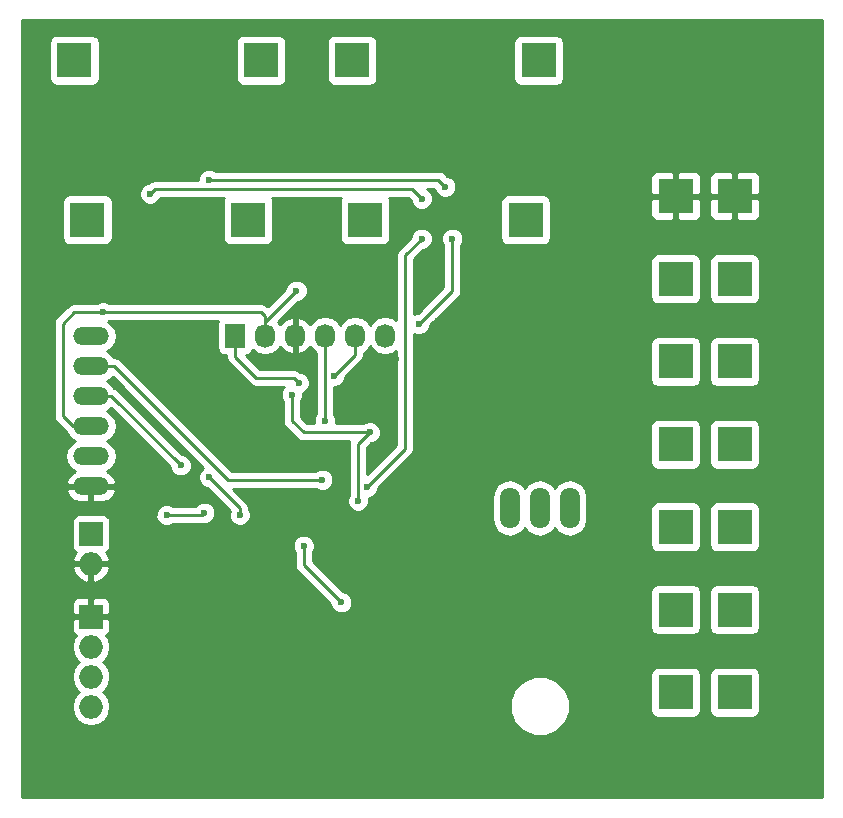
<source format=gbl>
G04 #@! TF.FileFunction,Copper,L2,Bot,Signal*
%FSLAX46Y46*%
G04 Gerber Fmt 4.6, Leading zero omitted, Abs format (unit mm)*
G04 Created by KiCad (PCBNEW 4.0.5) date 02/23/17 22:12:15*
%MOMM*%
%LPD*%
G01*
G04 APERTURE LIST*
%ADD10C,0.100000*%
%ADD11R,3.000000X3.000000*%
%ADD12O,1.998980X1.998980*%
%ADD13R,1.998980X1.998980*%
%ADD14O,3.014980X1.506220*%
%ADD15R,1.727200X2.032000*%
%ADD16O,1.727200X2.032000*%
%ADD17O,1.699260X3.500120*%
%ADD18C,0.600000*%
%ADD19C,0.250000*%
%ADD20C,0.254000*%
G04 APERTURE END LIST*
D10*
D11*
X172500000Y-119000000D03*
X177500000Y-119000000D03*
X172500000Y-112000000D03*
X177500000Y-112000000D03*
X172500000Y-77000000D03*
X177500000Y-77000000D03*
X172500000Y-84000000D03*
X177500000Y-84000000D03*
X172500000Y-91000000D03*
X177500000Y-91000000D03*
X137400000Y-65500000D03*
X121600000Y-65500000D03*
X122700000Y-79000000D03*
X136300000Y-79000000D03*
X160900000Y-65500000D03*
X145100000Y-65500000D03*
X146200000Y-79000000D03*
X159800000Y-79000000D03*
D12*
X123000000Y-108140000D03*
D13*
X123000000Y-105600000D03*
D14*
X123000000Y-101550000D03*
X123000000Y-99010000D03*
X123000000Y-96470000D03*
X123000000Y-93930000D03*
X123000000Y-91390000D03*
X123000000Y-88850000D03*
D15*
X135200000Y-88800000D03*
D16*
X137740000Y-88800000D03*
X140280000Y-88800000D03*
X142820000Y-88800000D03*
X145360000Y-88800000D03*
X147900000Y-88800000D03*
D12*
X123000000Y-120220000D03*
D13*
X123000000Y-112600000D03*
D12*
X123000000Y-115140000D03*
X123000000Y-117680000D03*
D11*
X172500000Y-105000000D03*
X177500000Y-105000000D03*
X172500000Y-98000000D03*
X177500000Y-98000000D03*
D17*
X161000000Y-103400000D03*
X163540000Y-103400000D03*
X158460000Y-103400000D03*
D18*
X145600000Y-102800000D03*
X140400000Y-85000000D03*
X140000000Y-93800000D03*
X146600000Y-97000000D03*
X141000000Y-106600000D03*
X144200000Y-111400000D03*
X132600000Y-103800000D03*
X129400000Y-104000000D03*
X124000000Y-86800000D03*
X140000000Y-113200000D03*
X156200000Y-74400000D03*
X150600000Y-74600000D03*
X133000000Y-74400000D03*
X126800000Y-74800000D03*
X146400000Y-92800000D03*
X152400000Y-87600000D03*
X148800000Y-90800000D03*
X137200000Y-95000000D03*
X143600000Y-92200000D03*
X130600000Y-99800000D03*
X142600000Y-101000000D03*
X140600000Y-92800000D03*
X142800000Y-96000000D03*
X135600000Y-104000000D03*
X133000000Y-100800000D03*
X151000000Y-80600000D03*
X146400000Y-101600000D03*
X151000000Y-77200000D03*
X128000000Y-76800000D03*
X153600000Y-80600000D03*
X150800000Y-87800000D03*
X153000000Y-76200000D03*
X133000000Y-75600000D03*
D19*
X146600000Y-97000000D02*
X145600000Y-98000000D01*
X145600000Y-98000000D02*
X145600000Y-102800000D01*
X137740000Y-87660000D02*
X137740000Y-88800000D01*
X140400000Y-85000000D02*
X137740000Y-87660000D01*
X140000000Y-96000000D02*
X140000000Y-93800000D01*
X141000000Y-97000000D02*
X140000000Y-96000000D01*
X146600000Y-97000000D02*
X141000000Y-97000000D01*
X141000000Y-108200000D02*
X141000000Y-106600000D01*
X144200000Y-111400000D02*
X141000000Y-108200000D01*
X132600000Y-103800000D02*
X132400000Y-104000000D01*
X132400000Y-104000000D02*
X129400000Y-104000000D01*
X137740000Y-88800000D02*
X137740000Y-87140000D01*
X137740000Y-87140000D02*
X137400000Y-86800000D01*
X137400000Y-86800000D02*
X124000000Y-86800000D01*
X121470000Y-96470000D02*
X123000000Y-96470000D01*
X124000000Y-86800000D02*
X121600000Y-86800000D01*
X121600000Y-86800000D02*
X120600000Y-87800000D01*
X120600000Y-87800000D02*
X120600000Y-95600000D01*
X120600000Y-95600000D02*
X121470000Y-96470000D01*
X150800000Y-74400000D02*
X156200000Y-74400000D01*
X150600000Y-74600000D02*
X150800000Y-74400000D01*
X127200000Y-74400000D02*
X133000000Y-74400000D01*
X126800000Y-74800000D02*
X127200000Y-74400000D01*
X146400000Y-92800000D02*
X146800000Y-92800000D01*
X146800000Y-92800000D02*
X148800000Y-90800000D01*
X145360000Y-88800000D02*
X145360000Y-90440000D01*
X145360000Y-90440000D02*
X143600000Y-92200000D01*
X124730000Y-93930000D02*
X123000000Y-93930000D01*
X130600000Y-99800000D02*
X124730000Y-93930000D01*
X123000000Y-91390000D02*
X124990000Y-91390000D01*
X134600000Y-101000000D02*
X142600000Y-101000000D01*
X124990000Y-91390000D02*
X134600000Y-101000000D01*
X135200000Y-88800000D02*
X135200000Y-90600000D01*
X140200000Y-92400000D02*
X140600000Y-92800000D01*
X137000000Y-92400000D02*
X140200000Y-92400000D01*
X135200000Y-90600000D02*
X137000000Y-92400000D01*
X142820000Y-88800000D02*
X142820000Y-95980000D01*
X142820000Y-95980000D02*
X142800000Y-96000000D01*
X135600000Y-103400000D02*
X135600000Y-104000000D01*
X133000000Y-100800000D02*
X135600000Y-103400000D01*
X149600000Y-82000000D02*
X151000000Y-80600000D01*
X149600000Y-98400000D02*
X149600000Y-82000000D01*
X146400000Y-101600000D02*
X149600000Y-98400000D01*
X150200000Y-76400000D02*
X151000000Y-77200000D01*
X128400000Y-76400000D02*
X150200000Y-76400000D01*
X128000000Y-76800000D02*
X128400000Y-76400000D01*
X153600000Y-85000000D02*
X153600000Y-80600000D01*
X150800000Y-87800000D02*
X153600000Y-85000000D01*
X152400000Y-75600000D02*
X153000000Y-76200000D01*
X151600000Y-75600000D02*
X152400000Y-75600000D01*
X133000000Y-75600000D02*
X151600000Y-75600000D01*
D20*
G36*
X184873000Y-127873000D02*
X117127000Y-127873000D01*
X117127000Y-112885750D01*
X121365510Y-112885750D01*
X121365510Y-113725799D01*
X121462183Y-113959188D01*
X121640811Y-114137817D01*
X121703013Y-114163582D01*
X121489928Y-114482486D01*
X121365510Y-115107978D01*
X121365510Y-115172022D01*
X121489928Y-115797514D01*
X121844241Y-116327781D01*
X121967290Y-116410000D01*
X121844241Y-116492219D01*
X121489928Y-117022486D01*
X121365510Y-117647978D01*
X121365510Y-117712022D01*
X121489928Y-118337514D01*
X121844241Y-118867781D01*
X121967290Y-118950000D01*
X121844241Y-119032219D01*
X121489928Y-119562486D01*
X121365510Y-120187978D01*
X121365510Y-120252022D01*
X121489928Y-120877514D01*
X121844241Y-121407781D01*
X122374508Y-121762094D01*
X123000000Y-121886512D01*
X123625492Y-121762094D01*
X124155759Y-121407781D01*
X124510072Y-120877514D01*
X124552141Y-120666015D01*
X158464641Y-120666015D01*
X158849746Y-121598041D01*
X159562208Y-122311748D01*
X160493561Y-122698479D01*
X161502015Y-122699359D01*
X162434041Y-122314254D01*
X163147748Y-121601792D01*
X163534479Y-120670439D01*
X163535359Y-119661985D01*
X163150254Y-118729959D01*
X162437792Y-118016252D01*
X161506439Y-117629521D01*
X160497985Y-117628641D01*
X159565959Y-118013746D01*
X158852252Y-118726208D01*
X158465521Y-119657561D01*
X158464641Y-120666015D01*
X124552141Y-120666015D01*
X124634490Y-120252022D01*
X124634490Y-120187978D01*
X124510072Y-119562486D01*
X124155759Y-119032219D01*
X124032710Y-118950000D01*
X124155759Y-118867781D01*
X124510072Y-118337514D01*
X124634490Y-117712022D01*
X124634490Y-117647978D01*
X124605056Y-117500000D01*
X170352560Y-117500000D01*
X170352560Y-120500000D01*
X170396838Y-120735317D01*
X170535910Y-120951441D01*
X170748110Y-121096431D01*
X171000000Y-121147440D01*
X174000000Y-121147440D01*
X174235317Y-121103162D01*
X174451441Y-120964090D01*
X174596431Y-120751890D01*
X174647440Y-120500000D01*
X174647440Y-117500000D01*
X175352560Y-117500000D01*
X175352560Y-120500000D01*
X175396838Y-120735317D01*
X175535910Y-120951441D01*
X175748110Y-121096431D01*
X176000000Y-121147440D01*
X179000000Y-121147440D01*
X179235317Y-121103162D01*
X179451441Y-120964090D01*
X179596431Y-120751890D01*
X179647440Y-120500000D01*
X179647440Y-117500000D01*
X179603162Y-117264683D01*
X179464090Y-117048559D01*
X179251890Y-116903569D01*
X179000000Y-116852560D01*
X176000000Y-116852560D01*
X175764683Y-116896838D01*
X175548559Y-117035910D01*
X175403569Y-117248110D01*
X175352560Y-117500000D01*
X174647440Y-117500000D01*
X174603162Y-117264683D01*
X174464090Y-117048559D01*
X174251890Y-116903569D01*
X174000000Y-116852560D01*
X171000000Y-116852560D01*
X170764683Y-116896838D01*
X170548559Y-117035910D01*
X170403569Y-117248110D01*
X170352560Y-117500000D01*
X124605056Y-117500000D01*
X124510072Y-117022486D01*
X124155759Y-116492219D01*
X124032710Y-116410000D01*
X124155759Y-116327781D01*
X124510072Y-115797514D01*
X124634490Y-115172022D01*
X124634490Y-115107978D01*
X124510072Y-114482486D01*
X124296987Y-114163582D01*
X124359189Y-114137817D01*
X124537817Y-113959188D01*
X124634490Y-113725799D01*
X124634490Y-112885750D01*
X124475740Y-112727000D01*
X123127000Y-112727000D01*
X123127000Y-112747000D01*
X122873000Y-112747000D01*
X122873000Y-112727000D01*
X121524260Y-112727000D01*
X121365510Y-112885750D01*
X117127000Y-112885750D01*
X117127000Y-111474201D01*
X121365510Y-111474201D01*
X121365510Y-112314250D01*
X121524260Y-112473000D01*
X122873000Y-112473000D01*
X122873000Y-111124260D01*
X123127000Y-111124260D01*
X123127000Y-112473000D01*
X124475740Y-112473000D01*
X124634490Y-112314250D01*
X124634490Y-111474201D01*
X124537817Y-111240812D01*
X124359189Y-111062183D01*
X124125800Y-110965510D01*
X123285750Y-110965510D01*
X123127000Y-111124260D01*
X122873000Y-111124260D01*
X122714250Y-110965510D01*
X121874200Y-110965510D01*
X121640811Y-111062183D01*
X121462183Y-111240812D01*
X121365510Y-111474201D01*
X117127000Y-111474201D01*
X117127000Y-108520355D01*
X121410373Y-108520355D01*
X121676932Y-109099726D01*
X122144916Y-109532987D01*
X122619646Y-109729619D01*
X122873000Y-109610265D01*
X122873000Y-108267000D01*
X123127000Y-108267000D01*
X123127000Y-109610265D01*
X123380354Y-109729619D01*
X123855084Y-109532987D01*
X124323068Y-109099726D01*
X124589627Y-108520355D01*
X124470807Y-108267000D01*
X123127000Y-108267000D01*
X122873000Y-108267000D01*
X121529193Y-108267000D01*
X121410373Y-108520355D01*
X117127000Y-108520355D01*
X117127000Y-104600510D01*
X121353070Y-104600510D01*
X121353070Y-106599490D01*
X121397348Y-106834807D01*
X121536420Y-107050931D01*
X121697649Y-107161094D01*
X121676932Y-107180274D01*
X121410373Y-107759645D01*
X121529193Y-108013000D01*
X122873000Y-108013000D01*
X122873000Y-107993000D01*
X123127000Y-107993000D01*
X123127000Y-108013000D01*
X124470807Y-108013000D01*
X124589627Y-107759645D01*
X124323068Y-107180274D01*
X124301137Y-107159970D01*
X124450931Y-107063580D01*
X124595921Y-106851380D01*
X124609329Y-106785167D01*
X140064838Y-106785167D01*
X140206883Y-107128943D01*
X140240000Y-107162118D01*
X140240000Y-108200000D01*
X140297852Y-108490839D01*
X140462599Y-108737401D01*
X143264878Y-111539680D01*
X143264838Y-111585167D01*
X143406883Y-111928943D01*
X143669673Y-112192192D01*
X144013201Y-112334838D01*
X144385167Y-112335162D01*
X144728943Y-112193117D01*
X144992192Y-111930327D01*
X145134838Y-111586799D01*
X145135162Y-111214833D01*
X144993117Y-110871057D01*
X144730327Y-110607808D01*
X144470698Y-110500000D01*
X170352560Y-110500000D01*
X170352560Y-113500000D01*
X170396838Y-113735317D01*
X170535910Y-113951441D01*
X170748110Y-114096431D01*
X171000000Y-114147440D01*
X174000000Y-114147440D01*
X174235317Y-114103162D01*
X174451441Y-113964090D01*
X174596431Y-113751890D01*
X174647440Y-113500000D01*
X174647440Y-110500000D01*
X175352560Y-110500000D01*
X175352560Y-113500000D01*
X175396838Y-113735317D01*
X175535910Y-113951441D01*
X175748110Y-114096431D01*
X176000000Y-114147440D01*
X179000000Y-114147440D01*
X179235317Y-114103162D01*
X179451441Y-113964090D01*
X179596431Y-113751890D01*
X179647440Y-113500000D01*
X179647440Y-110500000D01*
X179603162Y-110264683D01*
X179464090Y-110048559D01*
X179251890Y-109903569D01*
X179000000Y-109852560D01*
X176000000Y-109852560D01*
X175764683Y-109896838D01*
X175548559Y-110035910D01*
X175403569Y-110248110D01*
X175352560Y-110500000D01*
X174647440Y-110500000D01*
X174603162Y-110264683D01*
X174464090Y-110048559D01*
X174251890Y-109903569D01*
X174000000Y-109852560D01*
X171000000Y-109852560D01*
X170764683Y-109896838D01*
X170548559Y-110035910D01*
X170403569Y-110248110D01*
X170352560Y-110500000D01*
X144470698Y-110500000D01*
X144386799Y-110465162D01*
X144339923Y-110465121D01*
X141760000Y-107885198D01*
X141760000Y-107162463D01*
X141792192Y-107130327D01*
X141934838Y-106786799D01*
X141935162Y-106414833D01*
X141793117Y-106071057D01*
X141530327Y-105807808D01*
X141186799Y-105665162D01*
X140814833Y-105664838D01*
X140471057Y-105806883D01*
X140207808Y-106069673D01*
X140065162Y-106413201D01*
X140064838Y-106785167D01*
X124609329Y-106785167D01*
X124646930Y-106599490D01*
X124646930Y-104600510D01*
X124602652Y-104365193D01*
X124486809Y-104185167D01*
X128464838Y-104185167D01*
X128606883Y-104528943D01*
X128869673Y-104792192D01*
X129213201Y-104934838D01*
X129585167Y-104935162D01*
X129928943Y-104793117D01*
X129962118Y-104760000D01*
X132400000Y-104760000D01*
X132526003Y-104734936D01*
X132785167Y-104735162D01*
X133128943Y-104593117D01*
X133392192Y-104330327D01*
X133534838Y-103986799D01*
X133535162Y-103614833D01*
X133393117Y-103271057D01*
X133130327Y-103007808D01*
X132786799Y-102865162D01*
X132414833Y-102864838D01*
X132071057Y-103006883D01*
X131837533Y-103240000D01*
X129962463Y-103240000D01*
X129930327Y-103207808D01*
X129586799Y-103065162D01*
X129214833Y-103064838D01*
X128871057Y-103206883D01*
X128607808Y-103469673D01*
X128465162Y-103813201D01*
X128464838Y-104185167D01*
X124486809Y-104185167D01*
X124463580Y-104149069D01*
X124251380Y-104004079D01*
X123999490Y-103953070D01*
X122000510Y-103953070D01*
X121765193Y-103997348D01*
X121549069Y-104136420D01*
X121404079Y-104348620D01*
X121353070Y-104600510D01*
X117127000Y-104600510D01*
X117127000Y-101891674D01*
X120900217Y-101891674D01*
X120914573Y-101963875D01*
X121174276Y-102441740D01*
X121597081Y-102783846D01*
X122118620Y-102938110D01*
X122873000Y-102938110D01*
X122873000Y-101677000D01*
X123127000Y-101677000D01*
X123127000Y-102938110D01*
X123881380Y-102938110D01*
X124402919Y-102783846D01*
X124825724Y-102441740D01*
X125085427Y-101963875D01*
X125099783Y-101891674D01*
X124977162Y-101677000D01*
X123127000Y-101677000D01*
X122873000Y-101677000D01*
X121022838Y-101677000D01*
X120900217Y-101891674D01*
X117127000Y-101891674D01*
X117127000Y-87800000D01*
X119840000Y-87800000D01*
X119840000Y-95600000D01*
X119897852Y-95890839D01*
X120062599Y-96137401D01*
X120919908Y-96994710D01*
X120921200Y-97001207D01*
X121222104Y-97451542D01*
X121653812Y-97740000D01*
X121222104Y-98028458D01*
X120921200Y-98478793D01*
X120815536Y-99010000D01*
X120921200Y-99541207D01*
X121222104Y-99991542D01*
X121672439Y-100292446D01*
X121675306Y-100293016D01*
X121597081Y-100316154D01*
X121174276Y-100658260D01*
X120914573Y-101136125D01*
X120900217Y-101208326D01*
X121022838Y-101423000D01*
X122873000Y-101423000D01*
X122873000Y-101403000D01*
X123127000Y-101403000D01*
X123127000Y-101423000D01*
X124977162Y-101423000D01*
X125099783Y-101208326D01*
X125085427Y-101136125D01*
X124825724Y-100658260D01*
X124402919Y-100316154D01*
X124324694Y-100293016D01*
X124327561Y-100292446D01*
X124777896Y-99991542D01*
X125078800Y-99541207D01*
X125184464Y-99010000D01*
X125078800Y-98478793D01*
X124777896Y-98028458D01*
X124346188Y-97740000D01*
X124777896Y-97451542D01*
X125078800Y-97001207D01*
X125184464Y-96470000D01*
X125078800Y-95938793D01*
X124777896Y-95488458D01*
X124346188Y-95200000D01*
X124693279Y-94968081D01*
X129664878Y-99939680D01*
X129664838Y-99985167D01*
X129806883Y-100328943D01*
X130069673Y-100592192D01*
X130413201Y-100734838D01*
X130785167Y-100735162D01*
X131128943Y-100593117D01*
X131392192Y-100330327D01*
X131534838Y-99986799D01*
X131535162Y-99614833D01*
X131393117Y-99271057D01*
X131130327Y-99007808D01*
X130786799Y-98865162D01*
X130739923Y-98865121D01*
X125267401Y-93392599D01*
X125020839Y-93227852D01*
X124955958Y-93214946D01*
X124777896Y-92948458D01*
X124346188Y-92660000D01*
X124777896Y-92371542D01*
X124825498Y-92300300D01*
X132514239Y-99989041D01*
X132471057Y-100006883D01*
X132207808Y-100269673D01*
X132065162Y-100613201D01*
X132064838Y-100985167D01*
X132206883Y-101328943D01*
X132469673Y-101592192D01*
X132813201Y-101734838D01*
X132860077Y-101734879D01*
X134745331Y-103620133D01*
X134665162Y-103813201D01*
X134664838Y-104185167D01*
X134806883Y-104528943D01*
X135069673Y-104792192D01*
X135413201Y-104934838D01*
X135785167Y-104935162D01*
X136128943Y-104793117D01*
X136392192Y-104530327D01*
X136534838Y-104186799D01*
X136535162Y-103814833D01*
X136393117Y-103471057D01*
X136360000Y-103437882D01*
X136360000Y-103400000D01*
X136302148Y-103109161D01*
X136302148Y-103109160D01*
X136137401Y-102862599D01*
X135034802Y-101760000D01*
X142037537Y-101760000D01*
X142069673Y-101792192D01*
X142413201Y-101934838D01*
X142785167Y-101935162D01*
X143128943Y-101793117D01*
X143392192Y-101530327D01*
X143534838Y-101186799D01*
X143535162Y-100814833D01*
X143393117Y-100471057D01*
X143130327Y-100207808D01*
X142786799Y-100065162D01*
X142414833Y-100064838D01*
X142071057Y-100206883D01*
X142037882Y-100240000D01*
X134914802Y-100240000D01*
X125527401Y-90852599D01*
X125280839Y-90687852D01*
X124990000Y-90630000D01*
X124925926Y-90630000D01*
X124777896Y-90408458D01*
X124346188Y-90120000D01*
X124777896Y-89831542D01*
X125078800Y-89381207D01*
X125184464Y-88850000D01*
X125078800Y-88318793D01*
X124777896Y-87868458D01*
X124428148Y-87634764D01*
X124528943Y-87593117D01*
X124562118Y-87560000D01*
X133734321Y-87560000D01*
X133688960Y-87784000D01*
X133688960Y-89816000D01*
X133733238Y-90051317D01*
X133872310Y-90267441D01*
X134084510Y-90412431D01*
X134336400Y-90463440D01*
X134440000Y-90463440D01*
X134440000Y-90600000D01*
X134497852Y-90890839D01*
X134662599Y-91137401D01*
X136462599Y-92937401D01*
X136709160Y-93102148D01*
X136757414Y-93111746D01*
X137000000Y-93160000D01*
X139317673Y-93160000D01*
X139207808Y-93269673D01*
X139065162Y-93613201D01*
X139064838Y-93985167D01*
X139206883Y-94328943D01*
X139240000Y-94362118D01*
X139240000Y-96000000D01*
X139297852Y-96290839D01*
X139462599Y-96537401D01*
X140462599Y-97537401D01*
X140709161Y-97702148D01*
X141000000Y-97760000D01*
X144887739Y-97760000D01*
X144840000Y-98000000D01*
X144840000Y-102237537D01*
X144807808Y-102269673D01*
X144665162Y-102613201D01*
X144664838Y-102985167D01*
X144806883Y-103328943D01*
X145069673Y-103592192D01*
X145413201Y-103734838D01*
X145785167Y-103735162D01*
X146128943Y-103593117D01*
X146392192Y-103330327D01*
X146534838Y-102986799D01*
X146535162Y-102614833D01*
X146502213Y-102535090D01*
X146585167Y-102535162D01*
X146784392Y-102452844D01*
X156975370Y-102452844D01*
X156975370Y-104347156D01*
X157088381Y-104915299D01*
X157410208Y-105396948D01*
X157891857Y-105718775D01*
X158460000Y-105831786D01*
X159028143Y-105718775D01*
X159509792Y-105396948D01*
X159730000Y-105067383D01*
X159950208Y-105396948D01*
X160431857Y-105718775D01*
X161000000Y-105831786D01*
X161568143Y-105718775D01*
X162049792Y-105396948D01*
X162270000Y-105067383D01*
X162490208Y-105396948D01*
X162971857Y-105718775D01*
X163540000Y-105831786D01*
X164108143Y-105718775D01*
X164589792Y-105396948D01*
X164911619Y-104915299D01*
X165024630Y-104347156D01*
X165024630Y-103500000D01*
X170352560Y-103500000D01*
X170352560Y-106500000D01*
X170396838Y-106735317D01*
X170535910Y-106951441D01*
X170748110Y-107096431D01*
X171000000Y-107147440D01*
X174000000Y-107147440D01*
X174235317Y-107103162D01*
X174451441Y-106964090D01*
X174596431Y-106751890D01*
X174647440Y-106500000D01*
X174647440Y-103500000D01*
X175352560Y-103500000D01*
X175352560Y-106500000D01*
X175396838Y-106735317D01*
X175535910Y-106951441D01*
X175748110Y-107096431D01*
X176000000Y-107147440D01*
X179000000Y-107147440D01*
X179235317Y-107103162D01*
X179451441Y-106964090D01*
X179596431Y-106751890D01*
X179647440Y-106500000D01*
X179647440Y-103500000D01*
X179603162Y-103264683D01*
X179464090Y-103048559D01*
X179251890Y-102903569D01*
X179000000Y-102852560D01*
X176000000Y-102852560D01*
X175764683Y-102896838D01*
X175548559Y-103035910D01*
X175403569Y-103248110D01*
X175352560Y-103500000D01*
X174647440Y-103500000D01*
X174603162Y-103264683D01*
X174464090Y-103048559D01*
X174251890Y-102903569D01*
X174000000Y-102852560D01*
X171000000Y-102852560D01*
X170764683Y-102896838D01*
X170548559Y-103035910D01*
X170403569Y-103248110D01*
X170352560Y-103500000D01*
X165024630Y-103500000D01*
X165024630Y-102452844D01*
X164911619Y-101884701D01*
X164589792Y-101403052D01*
X164108143Y-101081225D01*
X163540000Y-100968214D01*
X162971857Y-101081225D01*
X162490208Y-101403052D01*
X162270000Y-101732617D01*
X162049792Y-101403052D01*
X161568143Y-101081225D01*
X161000000Y-100968214D01*
X160431857Y-101081225D01*
X159950208Y-101403052D01*
X159730000Y-101732617D01*
X159509792Y-101403052D01*
X159028143Y-101081225D01*
X158460000Y-100968214D01*
X157891857Y-101081225D01*
X157410208Y-101403052D01*
X157088381Y-101884701D01*
X156975370Y-102452844D01*
X146784392Y-102452844D01*
X146928943Y-102393117D01*
X147192192Y-102130327D01*
X147334838Y-101786799D01*
X147334879Y-101739923D01*
X150137401Y-98937401D01*
X150302148Y-98690840D01*
X150360000Y-98400000D01*
X150360000Y-96500000D01*
X170352560Y-96500000D01*
X170352560Y-99500000D01*
X170396838Y-99735317D01*
X170535910Y-99951441D01*
X170748110Y-100096431D01*
X171000000Y-100147440D01*
X174000000Y-100147440D01*
X174235317Y-100103162D01*
X174451441Y-99964090D01*
X174596431Y-99751890D01*
X174647440Y-99500000D01*
X174647440Y-96500000D01*
X175352560Y-96500000D01*
X175352560Y-99500000D01*
X175396838Y-99735317D01*
X175535910Y-99951441D01*
X175748110Y-100096431D01*
X176000000Y-100147440D01*
X179000000Y-100147440D01*
X179235317Y-100103162D01*
X179451441Y-99964090D01*
X179596431Y-99751890D01*
X179647440Y-99500000D01*
X179647440Y-96500000D01*
X179603162Y-96264683D01*
X179464090Y-96048559D01*
X179251890Y-95903569D01*
X179000000Y-95852560D01*
X176000000Y-95852560D01*
X175764683Y-95896838D01*
X175548559Y-96035910D01*
X175403569Y-96248110D01*
X175352560Y-96500000D01*
X174647440Y-96500000D01*
X174603162Y-96264683D01*
X174464090Y-96048559D01*
X174251890Y-95903569D01*
X174000000Y-95852560D01*
X171000000Y-95852560D01*
X170764683Y-95896838D01*
X170548559Y-96035910D01*
X170403569Y-96248110D01*
X170352560Y-96500000D01*
X150360000Y-96500000D01*
X150360000Y-89500000D01*
X170352560Y-89500000D01*
X170352560Y-92500000D01*
X170396838Y-92735317D01*
X170535910Y-92951441D01*
X170748110Y-93096431D01*
X171000000Y-93147440D01*
X174000000Y-93147440D01*
X174235317Y-93103162D01*
X174451441Y-92964090D01*
X174596431Y-92751890D01*
X174647440Y-92500000D01*
X174647440Y-89500000D01*
X175352560Y-89500000D01*
X175352560Y-92500000D01*
X175396838Y-92735317D01*
X175535910Y-92951441D01*
X175748110Y-93096431D01*
X176000000Y-93147440D01*
X179000000Y-93147440D01*
X179235317Y-93103162D01*
X179451441Y-92964090D01*
X179596431Y-92751890D01*
X179647440Y-92500000D01*
X179647440Y-89500000D01*
X179603162Y-89264683D01*
X179464090Y-89048559D01*
X179251890Y-88903569D01*
X179000000Y-88852560D01*
X176000000Y-88852560D01*
X175764683Y-88896838D01*
X175548559Y-89035910D01*
X175403569Y-89248110D01*
X175352560Y-89500000D01*
X174647440Y-89500000D01*
X174603162Y-89264683D01*
X174464090Y-89048559D01*
X174251890Y-88903569D01*
X174000000Y-88852560D01*
X171000000Y-88852560D01*
X170764683Y-88896838D01*
X170548559Y-89035910D01*
X170403569Y-89248110D01*
X170352560Y-89500000D01*
X150360000Y-89500000D01*
X150360000Y-88629699D01*
X150613201Y-88734838D01*
X150985167Y-88735162D01*
X151328943Y-88593117D01*
X151592192Y-88330327D01*
X151734838Y-87986799D01*
X151734879Y-87939923D01*
X154137401Y-85537401D01*
X154302148Y-85290839D01*
X154360000Y-85000000D01*
X154360000Y-82500000D01*
X170352560Y-82500000D01*
X170352560Y-85500000D01*
X170396838Y-85735317D01*
X170535910Y-85951441D01*
X170748110Y-86096431D01*
X171000000Y-86147440D01*
X174000000Y-86147440D01*
X174235317Y-86103162D01*
X174451441Y-85964090D01*
X174596431Y-85751890D01*
X174647440Y-85500000D01*
X174647440Y-82500000D01*
X175352560Y-82500000D01*
X175352560Y-85500000D01*
X175396838Y-85735317D01*
X175535910Y-85951441D01*
X175748110Y-86096431D01*
X176000000Y-86147440D01*
X179000000Y-86147440D01*
X179235317Y-86103162D01*
X179451441Y-85964090D01*
X179596431Y-85751890D01*
X179647440Y-85500000D01*
X179647440Y-82500000D01*
X179603162Y-82264683D01*
X179464090Y-82048559D01*
X179251890Y-81903569D01*
X179000000Y-81852560D01*
X176000000Y-81852560D01*
X175764683Y-81896838D01*
X175548559Y-82035910D01*
X175403569Y-82248110D01*
X175352560Y-82500000D01*
X174647440Y-82500000D01*
X174603162Y-82264683D01*
X174464090Y-82048559D01*
X174251890Y-81903569D01*
X174000000Y-81852560D01*
X171000000Y-81852560D01*
X170764683Y-81896838D01*
X170548559Y-82035910D01*
X170403569Y-82248110D01*
X170352560Y-82500000D01*
X154360000Y-82500000D01*
X154360000Y-81162463D01*
X154392192Y-81130327D01*
X154534838Y-80786799D01*
X154535162Y-80414833D01*
X154393117Y-80071057D01*
X154130327Y-79807808D01*
X153786799Y-79665162D01*
X153414833Y-79664838D01*
X153071057Y-79806883D01*
X152807808Y-80069673D01*
X152665162Y-80413201D01*
X152664838Y-80785167D01*
X152806883Y-81128943D01*
X152840000Y-81162118D01*
X152840000Y-84685198D01*
X150660320Y-86864878D01*
X150614833Y-86864838D01*
X150360000Y-86970133D01*
X150360000Y-82314802D01*
X151139680Y-81535122D01*
X151185167Y-81535162D01*
X151528943Y-81393117D01*
X151792192Y-81130327D01*
X151934838Y-80786799D01*
X151935162Y-80414833D01*
X151793117Y-80071057D01*
X151530327Y-79807808D01*
X151186799Y-79665162D01*
X150814833Y-79664838D01*
X150471057Y-79806883D01*
X150207808Y-80069673D01*
X150065162Y-80413201D01*
X150065121Y-80460077D01*
X149062599Y-81462599D01*
X148897852Y-81709161D01*
X148840000Y-82000000D01*
X148840000Y-87475624D01*
X148473489Y-87230729D01*
X147900000Y-87116655D01*
X147326511Y-87230729D01*
X146840330Y-87555585D01*
X146630000Y-87870366D01*
X146419670Y-87555585D01*
X145933489Y-87230729D01*
X145360000Y-87116655D01*
X144786511Y-87230729D01*
X144300330Y-87555585D01*
X144090000Y-87870366D01*
X143879670Y-87555585D01*
X143393489Y-87230729D01*
X142820000Y-87116655D01*
X142246511Y-87230729D01*
X141760330Y-87555585D01*
X141553539Y-87865069D01*
X141182036Y-87449268D01*
X140654791Y-87195291D01*
X140639026Y-87192642D01*
X140407000Y-87313783D01*
X140407000Y-88673000D01*
X140427000Y-88673000D01*
X140427000Y-88927000D01*
X140407000Y-88927000D01*
X140407000Y-90286217D01*
X140639026Y-90407358D01*
X140654791Y-90404709D01*
X141182036Y-90150732D01*
X141553539Y-89734931D01*
X141760330Y-90044415D01*
X142060000Y-90244648D01*
X142060000Y-95417572D01*
X142007808Y-95469673D01*
X141865162Y-95813201D01*
X141864838Y-96185167D01*
X141887494Y-96240000D01*
X141314802Y-96240000D01*
X140760000Y-95685198D01*
X140760000Y-94362463D01*
X140792192Y-94330327D01*
X140934838Y-93986799D01*
X140935111Y-93673206D01*
X141128943Y-93593117D01*
X141392192Y-93330327D01*
X141534838Y-92986799D01*
X141535162Y-92614833D01*
X141393117Y-92271057D01*
X141130327Y-92007808D01*
X140786799Y-91865162D01*
X140739923Y-91865121D01*
X140737401Y-91862599D01*
X140490839Y-91697852D01*
X140200000Y-91640000D01*
X137314802Y-91640000D01*
X136126421Y-90451619D01*
X136298917Y-90419162D01*
X136515041Y-90280090D01*
X136660031Y-90067890D01*
X136668400Y-90026561D01*
X136680330Y-90044415D01*
X137166511Y-90369271D01*
X137740000Y-90483345D01*
X138313489Y-90369271D01*
X138799670Y-90044415D01*
X139006461Y-89734931D01*
X139377964Y-90150732D01*
X139905209Y-90404709D01*
X139920974Y-90407358D01*
X140153000Y-90286217D01*
X140153000Y-88927000D01*
X140133000Y-88927000D01*
X140133000Y-88673000D01*
X140153000Y-88673000D01*
X140153000Y-87313783D01*
X139920974Y-87192642D01*
X139905209Y-87195291D01*
X139377964Y-87449268D01*
X139006461Y-87865069D01*
X138847554Y-87627248D01*
X140539680Y-85935122D01*
X140585167Y-85935162D01*
X140928943Y-85793117D01*
X141192192Y-85530327D01*
X141334838Y-85186799D01*
X141335162Y-84814833D01*
X141193117Y-84471057D01*
X140930327Y-84207808D01*
X140586799Y-84065162D01*
X140214833Y-84064838D01*
X139871057Y-84206883D01*
X139607808Y-84469673D01*
X139465162Y-84813201D01*
X139465121Y-84860077D01*
X138000000Y-86325198D01*
X137937401Y-86262599D01*
X137690839Y-86097852D01*
X137400000Y-86040000D01*
X124562463Y-86040000D01*
X124530327Y-86007808D01*
X124186799Y-85865162D01*
X123814833Y-85864838D01*
X123471057Y-86006883D01*
X123437882Y-86040000D01*
X121600000Y-86040000D01*
X121309161Y-86097852D01*
X121062599Y-86262599D01*
X120062599Y-87262599D01*
X119897852Y-87509161D01*
X119840000Y-87800000D01*
X117127000Y-87800000D01*
X117127000Y-77500000D01*
X120552560Y-77500000D01*
X120552560Y-80500000D01*
X120596838Y-80735317D01*
X120735910Y-80951441D01*
X120948110Y-81096431D01*
X121200000Y-81147440D01*
X124200000Y-81147440D01*
X124435317Y-81103162D01*
X124651441Y-80964090D01*
X124796431Y-80751890D01*
X124847440Y-80500000D01*
X124847440Y-77500000D01*
X124803162Y-77264683D01*
X124664090Y-77048559D01*
X124571313Y-76985167D01*
X127064838Y-76985167D01*
X127206883Y-77328943D01*
X127469673Y-77592192D01*
X127813201Y-77734838D01*
X128185167Y-77735162D01*
X128528943Y-77593117D01*
X128792192Y-77330327D01*
X128862918Y-77160000D01*
X134263772Y-77160000D01*
X134203569Y-77248110D01*
X134152560Y-77500000D01*
X134152560Y-80500000D01*
X134196838Y-80735317D01*
X134335910Y-80951441D01*
X134548110Y-81096431D01*
X134800000Y-81147440D01*
X137800000Y-81147440D01*
X138035317Y-81103162D01*
X138251441Y-80964090D01*
X138396431Y-80751890D01*
X138447440Y-80500000D01*
X138447440Y-77500000D01*
X138403162Y-77264683D01*
X138335800Y-77160000D01*
X144163772Y-77160000D01*
X144103569Y-77248110D01*
X144052560Y-77500000D01*
X144052560Y-80500000D01*
X144096838Y-80735317D01*
X144235910Y-80951441D01*
X144448110Y-81096431D01*
X144700000Y-81147440D01*
X147700000Y-81147440D01*
X147935317Y-81103162D01*
X148151441Y-80964090D01*
X148296431Y-80751890D01*
X148347440Y-80500000D01*
X148347440Y-77500000D01*
X148303162Y-77264683D01*
X148235800Y-77160000D01*
X149885198Y-77160000D01*
X150064878Y-77339680D01*
X150064838Y-77385167D01*
X150206883Y-77728943D01*
X150469673Y-77992192D01*
X150813201Y-78134838D01*
X151185167Y-78135162D01*
X151528943Y-77993117D01*
X151792192Y-77730327D01*
X151887832Y-77500000D01*
X157652560Y-77500000D01*
X157652560Y-80500000D01*
X157696838Y-80735317D01*
X157835910Y-80951441D01*
X158048110Y-81096431D01*
X158300000Y-81147440D01*
X161300000Y-81147440D01*
X161535317Y-81103162D01*
X161751441Y-80964090D01*
X161896431Y-80751890D01*
X161947440Y-80500000D01*
X161947440Y-77500000D01*
X161907127Y-77285750D01*
X170365000Y-77285750D01*
X170365000Y-78626310D01*
X170461673Y-78859699D01*
X170640302Y-79038327D01*
X170873691Y-79135000D01*
X172214250Y-79135000D01*
X172373000Y-78976250D01*
X172373000Y-77127000D01*
X172627000Y-77127000D01*
X172627000Y-78976250D01*
X172785750Y-79135000D01*
X174126309Y-79135000D01*
X174359698Y-79038327D01*
X174538327Y-78859699D01*
X174635000Y-78626310D01*
X174635000Y-77285750D01*
X175365000Y-77285750D01*
X175365000Y-78626310D01*
X175461673Y-78859699D01*
X175640302Y-79038327D01*
X175873691Y-79135000D01*
X177214250Y-79135000D01*
X177373000Y-78976250D01*
X177373000Y-77127000D01*
X177627000Y-77127000D01*
X177627000Y-78976250D01*
X177785750Y-79135000D01*
X179126309Y-79135000D01*
X179359698Y-79038327D01*
X179538327Y-78859699D01*
X179635000Y-78626310D01*
X179635000Y-77285750D01*
X179476250Y-77127000D01*
X177627000Y-77127000D01*
X177373000Y-77127000D01*
X175523750Y-77127000D01*
X175365000Y-77285750D01*
X174635000Y-77285750D01*
X174476250Y-77127000D01*
X172627000Y-77127000D01*
X172373000Y-77127000D01*
X170523750Y-77127000D01*
X170365000Y-77285750D01*
X161907127Y-77285750D01*
X161903162Y-77264683D01*
X161764090Y-77048559D01*
X161551890Y-76903569D01*
X161300000Y-76852560D01*
X158300000Y-76852560D01*
X158064683Y-76896838D01*
X157848559Y-77035910D01*
X157703569Y-77248110D01*
X157652560Y-77500000D01*
X151887832Y-77500000D01*
X151934838Y-77386799D01*
X151935162Y-77014833D01*
X151793117Y-76671057D01*
X151530327Y-76407808D01*
X151415193Y-76360000D01*
X152064860Y-76360000D01*
X152064838Y-76385167D01*
X152206883Y-76728943D01*
X152469673Y-76992192D01*
X152813201Y-77134838D01*
X153185167Y-77135162D01*
X153528943Y-76993117D01*
X153792192Y-76730327D01*
X153934838Y-76386799D01*
X153935162Y-76014833D01*
X153793117Y-75671057D01*
X153530327Y-75407808D01*
X153448163Y-75373690D01*
X170365000Y-75373690D01*
X170365000Y-76714250D01*
X170523750Y-76873000D01*
X172373000Y-76873000D01*
X172373000Y-75023750D01*
X172627000Y-75023750D01*
X172627000Y-76873000D01*
X174476250Y-76873000D01*
X174635000Y-76714250D01*
X174635000Y-75373690D01*
X175365000Y-75373690D01*
X175365000Y-76714250D01*
X175523750Y-76873000D01*
X177373000Y-76873000D01*
X177373000Y-75023750D01*
X177627000Y-75023750D01*
X177627000Y-76873000D01*
X179476250Y-76873000D01*
X179635000Y-76714250D01*
X179635000Y-75373690D01*
X179538327Y-75140301D01*
X179359698Y-74961673D01*
X179126309Y-74865000D01*
X177785750Y-74865000D01*
X177627000Y-75023750D01*
X177373000Y-75023750D01*
X177214250Y-74865000D01*
X175873691Y-74865000D01*
X175640302Y-74961673D01*
X175461673Y-75140301D01*
X175365000Y-75373690D01*
X174635000Y-75373690D01*
X174538327Y-75140301D01*
X174359698Y-74961673D01*
X174126309Y-74865000D01*
X172785750Y-74865000D01*
X172627000Y-75023750D01*
X172373000Y-75023750D01*
X172214250Y-74865000D01*
X170873691Y-74865000D01*
X170640302Y-74961673D01*
X170461673Y-75140301D01*
X170365000Y-75373690D01*
X153448163Y-75373690D01*
X153186799Y-75265162D01*
X153139923Y-75265121D01*
X152937401Y-75062599D01*
X152690839Y-74897852D01*
X152400000Y-74840000D01*
X133562463Y-74840000D01*
X133530327Y-74807808D01*
X133186799Y-74665162D01*
X132814833Y-74664838D01*
X132471057Y-74806883D01*
X132207808Y-75069673D01*
X132065162Y-75413201D01*
X132064964Y-75640000D01*
X128400000Y-75640000D01*
X128157414Y-75688254D01*
X128109160Y-75697852D01*
X127862599Y-75862599D01*
X127860320Y-75864878D01*
X127814833Y-75864838D01*
X127471057Y-76006883D01*
X127207808Y-76269673D01*
X127065162Y-76613201D01*
X127064838Y-76985167D01*
X124571313Y-76985167D01*
X124451890Y-76903569D01*
X124200000Y-76852560D01*
X121200000Y-76852560D01*
X120964683Y-76896838D01*
X120748559Y-77035910D01*
X120603569Y-77248110D01*
X120552560Y-77500000D01*
X117127000Y-77500000D01*
X117127000Y-64000000D01*
X119452560Y-64000000D01*
X119452560Y-67000000D01*
X119496838Y-67235317D01*
X119635910Y-67451441D01*
X119848110Y-67596431D01*
X120100000Y-67647440D01*
X123100000Y-67647440D01*
X123335317Y-67603162D01*
X123551441Y-67464090D01*
X123696431Y-67251890D01*
X123747440Y-67000000D01*
X123747440Y-64000000D01*
X135252560Y-64000000D01*
X135252560Y-67000000D01*
X135296838Y-67235317D01*
X135435910Y-67451441D01*
X135648110Y-67596431D01*
X135900000Y-67647440D01*
X138900000Y-67647440D01*
X139135317Y-67603162D01*
X139351441Y-67464090D01*
X139496431Y-67251890D01*
X139547440Y-67000000D01*
X139547440Y-64000000D01*
X142952560Y-64000000D01*
X142952560Y-67000000D01*
X142996838Y-67235317D01*
X143135910Y-67451441D01*
X143348110Y-67596431D01*
X143600000Y-67647440D01*
X146600000Y-67647440D01*
X146835317Y-67603162D01*
X147051441Y-67464090D01*
X147196431Y-67251890D01*
X147247440Y-67000000D01*
X147247440Y-64000000D01*
X158752560Y-64000000D01*
X158752560Y-67000000D01*
X158796838Y-67235317D01*
X158935910Y-67451441D01*
X159148110Y-67596431D01*
X159400000Y-67647440D01*
X162400000Y-67647440D01*
X162635317Y-67603162D01*
X162851441Y-67464090D01*
X162996431Y-67251890D01*
X163047440Y-67000000D01*
X163047440Y-64000000D01*
X163003162Y-63764683D01*
X162864090Y-63548559D01*
X162651890Y-63403569D01*
X162400000Y-63352560D01*
X159400000Y-63352560D01*
X159164683Y-63396838D01*
X158948559Y-63535910D01*
X158803569Y-63748110D01*
X158752560Y-64000000D01*
X147247440Y-64000000D01*
X147203162Y-63764683D01*
X147064090Y-63548559D01*
X146851890Y-63403569D01*
X146600000Y-63352560D01*
X143600000Y-63352560D01*
X143364683Y-63396838D01*
X143148559Y-63535910D01*
X143003569Y-63748110D01*
X142952560Y-64000000D01*
X139547440Y-64000000D01*
X139503162Y-63764683D01*
X139364090Y-63548559D01*
X139151890Y-63403569D01*
X138900000Y-63352560D01*
X135900000Y-63352560D01*
X135664683Y-63396838D01*
X135448559Y-63535910D01*
X135303569Y-63748110D01*
X135252560Y-64000000D01*
X123747440Y-64000000D01*
X123703162Y-63764683D01*
X123564090Y-63548559D01*
X123351890Y-63403569D01*
X123100000Y-63352560D01*
X120100000Y-63352560D01*
X119864683Y-63396838D01*
X119648559Y-63535910D01*
X119503569Y-63748110D01*
X119452560Y-64000000D01*
X117127000Y-64000000D01*
X117127000Y-62127000D01*
X184873000Y-62127000D01*
X184873000Y-127873000D01*
X184873000Y-127873000D01*
G37*
X184873000Y-127873000D02*
X117127000Y-127873000D01*
X117127000Y-112885750D01*
X121365510Y-112885750D01*
X121365510Y-113725799D01*
X121462183Y-113959188D01*
X121640811Y-114137817D01*
X121703013Y-114163582D01*
X121489928Y-114482486D01*
X121365510Y-115107978D01*
X121365510Y-115172022D01*
X121489928Y-115797514D01*
X121844241Y-116327781D01*
X121967290Y-116410000D01*
X121844241Y-116492219D01*
X121489928Y-117022486D01*
X121365510Y-117647978D01*
X121365510Y-117712022D01*
X121489928Y-118337514D01*
X121844241Y-118867781D01*
X121967290Y-118950000D01*
X121844241Y-119032219D01*
X121489928Y-119562486D01*
X121365510Y-120187978D01*
X121365510Y-120252022D01*
X121489928Y-120877514D01*
X121844241Y-121407781D01*
X122374508Y-121762094D01*
X123000000Y-121886512D01*
X123625492Y-121762094D01*
X124155759Y-121407781D01*
X124510072Y-120877514D01*
X124552141Y-120666015D01*
X158464641Y-120666015D01*
X158849746Y-121598041D01*
X159562208Y-122311748D01*
X160493561Y-122698479D01*
X161502015Y-122699359D01*
X162434041Y-122314254D01*
X163147748Y-121601792D01*
X163534479Y-120670439D01*
X163535359Y-119661985D01*
X163150254Y-118729959D01*
X162437792Y-118016252D01*
X161506439Y-117629521D01*
X160497985Y-117628641D01*
X159565959Y-118013746D01*
X158852252Y-118726208D01*
X158465521Y-119657561D01*
X158464641Y-120666015D01*
X124552141Y-120666015D01*
X124634490Y-120252022D01*
X124634490Y-120187978D01*
X124510072Y-119562486D01*
X124155759Y-119032219D01*
X124032710Y-118950000D01*
X124155759Y-118867781D01*
X124510072Y-118337514D01*
X124634490Y-117712022D01*
X124634490Y-117647978D01*
X124605056Y-117500000D01*
X170352560Y-117500000D01*
X170352560Y-120500000D01*
X170396838Y-120735317D01*
X170535910Y-120951441D01*
X170748110Y-121096431D01*
X171000000Y-121147440D01*
X174000000Y-121147440D01*
X174235317Y-121103162D01*
X174451441Y-120964090D01*
X174596431Y-120751890D01*
X174647440Y-120500000D01*
X174647440Y-117500000D01*
X175352560Y-117500000D01*
X175352560Y-120500000D01*
X175396838Y-120735317D01*
X175535910Y-120951441D01*
X175748110Y-121096431D01*
X176000000Y-121147440D01*
X179000000Y-121147440D01*
X179235317Y-121103162D01*
X179451441Y-120964090D01*
X179596431Y-120751890D01*
X179647440Y-120500000D01*
X179647440Y-117500000D01*
X179603162Y-117264683D01*
X179464090Y-117048559D01*
X179251890Y-116903569D01*
X179000000Y-116852560D01*
X176000000Y-116852560D01*
X175764683Y-116896838D01*
X175548559Y-117035910D01*
X175403569Y-117248110D01*
X175352560Y-117500000D01*
X174647440Y-117500000D01*
X174603162Y-117264683D01*
X174464090Y-117048559D01*
X174251890Y-116903569D01*
X174000000Y-116852560D01*
X171000000Y-116852560D01*
X170764683Y-116896838D01*
X170548559Y-117035910D01*
X170403569Y-117248110D01*
X170352560Y-117500000D01*
X124605056Y-117500000D01*
X124510072Y-117022486D01*
X124155759Y-116492219D01*
X124032710Y-116410000D01*
X124155759Y-116327781D01*
X124510072Y-115797514D01*
X124634490Y-115172022D01*
X124634490Y-115107978D01*
X124510072Y-114482486D01*
X124296987Y-114163582D01*
X124359189Y-114137817D01*
X124537817Y-113959188D01*
X124634490Y-113725799D01*
X124634490Y-112885750D01*
X124475740Y-112727000D01*
X123127000Y-112727000D01*
X123127000Y-112747000D01*
X122873000Y-112747000D01*
X122873000Y-112727000D01*
X121524260Y-112727000D01*
X121365510Y-112885750D01*
X117127000Y-112885750D01*
X117127000Y-111474201D01*
X121365510Y-111474201D01*
X121365510Y-112314250D01*
X121524260Y-112473000D01*
X122873000Y-112473000D01*
X122873000Y-111124260D01*
X123127000Y-111124260D01*
X123127000Y-112473000D01*
X124475740Y-112473000D01*
X124634490Y-112314250D01*
X124634490Y-111474201D01*
X124537817Y-111240812D01*
X124359189Y-111062183D01*
X124125800Y-110965510D01*
X123285750Y-110965510D01*
X123127000Y-111124260D01*
X122873000Y-111124260D01*
X122714250Y-110965510D01*
X121874200Y-110965510D01*
X121640811Y-111062183D01*
X121462183Y-111240812D01*
X121365510Y-111474201D01*
X117127000Y-111474201D01*
X117127000Y-108520355D01*
X121410373Y-108520355D01*
X121676932Y-109099726D01*
X122144916Y-109532987D01*
X122619646Y-109729619D01*
X122873000Y-109610265D01*
X122873000Y-108267000D01*
X123127000Y-108267000D01*
X123127000Y-109610265D01*
X123380354Y-109729619D01*
X123855084Y-109532987D01*
X124323068Y-109099726D01*
X124589627Y-108520355D01*
X124470807Y-108267000D01*
X123127000Y-108267000D01*
X122873000Y-108267000D01*
X121529193Y-108267000D01*
X121410373Y-108520355D01*
X117127000Y-108520355D01*
X117127000Y-104600510D01*
X121353070Y-104600510D01*
X121353070Y-106599490D01*
X121397348Y-106834807D01*
X121536420Y-107050931D01*
X121697649Y-107161094D01*
X121676932Y-107180274D01*
X121410373Y-107759645D01*
X121529193Y-108013000D01*
X122873000Y-108013000D01*
X122873000Y-107993000D01*
X123127000Y-107993000D01*
X123127000Y-108013000D01*
X124470807Y-108013000D01*
X124589627Y-107759645D01*
X124323068Y-107180274D01*
X124301137Y-107159970D01*
X124450931Y-107063580D01*
X124595921Y-106851380D01*
X124609329Y-106785167D01*
X140064838Y-106785167D01*
X140206883Y-107128943D01*
X140240000Y-107162118D01*
X140240000Y-108200000D01*
X140297852Y-108490839D01*
X140462599Y-108737401D01*
X143264878Y-111539680D01*
X143264838Y-111585167D01*
X143406883Y-111928943D01*
X143669673Y-112192192D01*
X144013201Y-112334838D01*
X144385167Y-112335162D01*
X144728943Y-112193117D01*
X144992192Y-111930327D01*
X145134838Y-111586799D01*
X145135162Y-111214833D01*
X144993117Y-110871057D01*
X144730327Y-110607808D01*
X144470698Y-110500000D01*
X170352560Y-110500000D01*
X170352560Y-113500000D01*
X170396838Y-113735317D01*
X170535910Y-113951441D01*
X170748110Y-114096431D01*
X171000000Y-114147440D01*
X174000000Y-114147440D01*
X174235317Y-114103162D01*
X174451441Y-113964090D01*
X174596431Y-113751890D01*
X174647440Y-113500000D01*
X174647440Y-110500000D01*
X175352560Y-110500000D01*
X175352560Y-113500000D01*
X175396838Y-113735317D01*
X175535910Y-113951441D01*
X175748110Y-114096431D01*
X176000000Y-114147440D01*
X179000000Y-114147440D01*
X179235317Y-114103162D01*
X179451441Y-113964090D01*
X179596431Y-113751890D01*
X179647440Y-113500000D01*
X179647440Y-110500000D01*
X179603162Y-110264683D01*
X179464090Y-110048559D01*
X179251890Y-109903569D01*
X179000000Y-109852560D01*
X176000000Y-109852560D01*
X175764683Y-109896838D01*
X175548559Y-110035910D01*
X175403569Y-110248110D01*
X175352560Y-110500000D01*
X174647440Y-110500000D01*
X174603162Y-110264683D01*
X174464090Y-110048559D01*
X174251890Y-109903569D01*
X174000000Y-109852560D01*
X171000000Y-109852560D01*
X170764683Y-109896838D01*
X170548559Y-110035910D01*
X170403569Y-110248110D01*
X170352560Y-110500000D01*
X144470698Y-110500000D01*
X144386799Y-110465162D01*
X144339923Y-110465121D01*
X141760000Y-107885198D01*
X141760000Y-107162463D01*
X141792192Y-107130327D01*
X141934838Y-106786799D01*
X141935162Y-106414833D01*
X141793117Y-106071057D01*
X141530327Y-105807808D01*
X141186799Y-105665162D01*
X140814833Y-105664838D01*
X140471057Y-105806883D01*
X140207808Y-106069673D01*
X140065162Y-106413201D01*
X140064838Y-106785167D01*
X124609329Y-106785167D01*
X124646930Y-106599490D01*
X124646930Y-104600510D01*
X124602652Y-104365193D01*
X124486809Y-104185167D01*
X128464838Y-104185167D01*
X128606883Y-104528943D01*
X128869673Y-104792192D01*
X129213201Y-104934838D01*
X129585167Y-104935162D01*
X129928943Y-104793117D01*
X129962118Y-104760000D01*
X132400000Y-104760000D01*
X132526003Y-104734936D01*
X132785167Y-104735162D01*
X133128943Y-104593117D01*
X133392192Y-104330327D01*
X133534838Y-103986799D01*
X133535162Y-103614833D01*
X133393117Y-103271057D01*
X133130327Y-103007808D01*
X132786799Y-102865162D01*
X132414833Y-102864838D01*
X132071057Y-103006883D01*
X131837533Y-103240000D01*
X129962463Y-103240000D01*
X129930327Y-103207808D01*
X129586799Y-103065162D01*
X129214833Y-103064838D01*
X128871057Y-103206883D01*
X128607808Y-103469673D01*
X128465162Y-103813201D01*
X128464838Y-104185167D01*
X124486809Y-104185167D01*
X124463580Y-104149069D01*
X124251380Y-104004079D01*
X123999490Y-103953070D01*
X122000510Y-103953070D01*
X121765193Y-103997348D01*
X121549069Y-104136420D01*
X121404079Y-104348620D01*
X121353070Y-104600510D01*
X117127000Y-104600510D01*
X117127000Y-101891674D01*
X120900217Y-101891674D01*
X120914573Y-101963875D01*
X121174276Y-102441740D01*
X121597081Y-102783846D01*
X122118620Y-102938110D01*
X122873000Y-102938110D01*
X122873000Y-101677000D01*
X123127000Y-101677000D01*
X123127000Y-102938110D01*
X123881380Y-102938110D01*
X124402919Y-102783846D01*
X124825724Y-102441740D01*
X125085427Y-101963875D01*
X125099783Y-101891674D01*
X124977162Y-101677000D01*
X123127000Y-101677000D01*
X122873000Y-101677000D01*
X121022838Y-101677000D01*
X120900217Y-101891674D01*
X117127000Y-101891674D01*
X117127000Y-87800000D01*
X119840000Y-87800000D01*
X119840000Y-95600000D01*
X119897852Y-95890839D01*
X120062599Y-96137401D01*
X120919908Y-96994710D01*
X120921200Y-97001207D01*
X121222104Y-97451542D01*
X121653812Y-97740000D01*
X121222104Y-98028458D01*
X120921200Y-98478793D01*
X120815536Y-99010000D01*
X120921200Y-99541207D01*
X121222104Y-99991542D01*
X121672439Y-100292446D01*
X121675306Y-100293016D01*
X121597081Y-100316154D01*
X121174276Y-100658260D01*
X120914573Y-101136125D01*
X120900217Y-101208326D01*
X121022838Y-101423000D01*
X122873000Y-101423000D01*
X122873000Y-101403000D01*
X123127000Y-101403000D01*
X123127000Y-101423000D01*
X124977162Y-101423000D01*
X125099783Y-101208326D01*
X125085427Y-101136125D01*
X124825724Y-100658260D01*
X124402919Y-100316154D01*
X124324694Y-100293016D01*
X124327561Y-100292446D01*
X124777896Y-99991542D01*
X125078800Y-99541207D01*
X125184464Y-99010000D01*
X125078800Y-98478793D01*
X124777896Y-98028458D01*
X124346188Y-97740000D01*
X124777896Y-97451542D01*
X125078800Y-97001207D01*
X125184464Y-96470000D01*
X125078800Y-95938793D01*
X124777896Y-95488458D01*
X124346188Y-95200000D01*
X124693279Y-94968081D01*
X129664878Y-99939680D01*
X129664838Y-99985167D01*
X129806883Y-100328943D01*
X130069673Y-100592192D01*
X130413201Y-100734838D01*
X130785167Y-100735162D01*
X131128943Y-100593117D01*
X131392192Y-100330327D01*
X131534838Y-99986799D01*
X131535162Y-99614833D01*
X131393117Y-99271057D01*
X131130327Y-99007808D01*
X130786799Y-98865162D01*
X130739923Y-98865121D01*
X125267401Y-93392599D01*
X125020839Y-93227852D01*
X124955958Y-93214946D01*
X124777896Y-92948458D01*
X124346188Y-92660000D01*
X124777896Y-92371542D01*
X124825498Y-92300300D01*
X132514239Y-99989041D01*
X132471057Y-100006883D01*
X132207808Y-100269673D01*
X132065162Y-100613201D01*
X132064838Y-100985167D01*
X132206883Y-101328943D01*
X132469673Y-101592192D01*
X132813201Y-101734838D01*
X132860077Y-101734879D01*
X134745331Y-103620133D01*
X134665162Y-103813201D01*
X134664838Y-104185167D01*
X134806883Y-104528943D01*
X135069673Y-104792192D01*
X135413201Y-104934838D01*
X135785167Y-104935162D01*
X136128943Y-104793117D01*
X136392192Y-104530327D01*
X136534838Y-104186799D01*
X136535162Y-103814833D01*
X136393117Y-103471057D01*
X136360000Y-103437882D01*
X136360000Y-103400000D01*
X136302148Y-103109161D01*
X136302148Y-103109160D01*
X136137401Y-102862599D01*
X135034802Y-101760000D01*
X142037537Y-101760000D01*
X142069673Y-101792192D01*
X142413201Y-101934838D01*
X142785167Y-101935162D01*
X143128943Y-101793117D01*
X143392192Y-101530327D01*
X143534838Y-101186799D01*
X143535162Y-100814833D01*
X143393117Y-100471057D01*
X143130327Y-100207808D01*
X142786799Y-100065162D01*
X142414833Y-100064838D01*
X142071057Y-100206883D01*
X142037882Y-100240000D01*
X134914802Y-100240000D01*
X125527401Y-90852599D01*
X125280839Y-90687852D01*
X124990000Y-90630000D01*
X124925926Y-90630000D01*
X124777896Y-90408458D01*
X124346188Y-90120000D01*
X124777896Y-89831542D01*
X125078800Y-89381207D01*
X125184464Y-88850000D01*
X125078800Y-88318793D01*
X124777896Y-87868458D01*
X124428148Y-87634764D01*
X124528943Y-87593117D01*
X124562118Y-87560000D01*
X133734321Y-87560000D01*
X133688960Y-87784000D01*
X133688960Y-89816000D01*
X133733238Y-90051317D01*
X133872310Y-90267441D01*
X134084510Y-90412431D01*
X134336400Y-90463440D01*
X134440000Y-90463440D01*
X134440000Y-90600000D01*
X134497852Y-90890839D01*
X134662599Y-91137401D01*
X136462599Y-92937401D01*
X136709160Y-93102148D01*
X136757414Y-93111746D01*
X137000000Y-93160000D01*
X139317673Y-93160000D01*
X139207808Y-93269673D01*
X139065162Y-93613201D01*
X139064838Y-93985167D01*
X139206883Y-94328943D01*
X139240000Y-94362118D01*
X139240000Y-96000000D01*
X139297852Y-96290839D01*
X139462599Y-96537401D01*
X140462599Y-97537401D01*
X140709161Y-97702148D01*
X141000000Y-97760000D01*
X144887739Y-97760000D01*
X144840000Y-98000000D01*
X144840000Y-102237537D01*
X144807808Y-102269673D01*
X144665162Y-102613201D01*
X144664838Y-102985167D01*
X144806883Y-103328943D01*
X145069673Y-103592192D01*
X145413201Y-103734838D01*
X145785167Y-103735162D01*
X146128943Y-103593117D01*
X146392192Y-103330327D01*
X146534838Y-102986799D01*
X146535162Y-102614833D01*
X146502213Y-102535090D01*
X146585167Y-102535162D01*
X146784392Y-102452844D01*
X156975370Y-102452844D01*
X156975370Y-104347156D01*
X157088381Y-104915299D01*
X157410208Y-105396948D01*
X157891857Y-105718775D01*
X158460000Y-105831786D01*
X159028143Y-105718775D01*
X159509792Y-105396948D01*
X159730000Y-105067383D01*
X159950208Y-105396948D01*
X160431857Y-105718775D01*
X161000000Y-105831786D01*
X161568143Y-105718775D01*
X162049792Y-105396948D01*
X162270000Y-105067383D01*
X162490208Y-105396948D01*
X162971857Y-105718775D01*
X163540000Y-105831786D01*
X164108143Y-105718775D01*
X164589792Y-105396948D01*
X164911619Y-104915299D01*
X165024630Y-104347156D01*
X165024630Y-103500000D01*
X170352560Y-103500000D01*
X170352560Y-106500000D01*
X170396838Y-106735317D01*
X170535910Y-106951441D01*
X170748110Y-107096431D01*
X171000000Y-107147440D01*
X174000000Y-107147440D01*
X174235317Y-107103162D01*
X174451441Y-106964090D01*
X174596431Y-106751890D01*
X174647440Y-106500000D01*
X174647440Y-103500000D01*
X175352560Y-103500000D01*
X175352560Y-106500000D01*
X175396838Y-106735317D01*
X175535910Y-106951441D01*
X175748110Y-107096431D01*
X176000000Y-107147440D01*
X179000000Y-107147440D01*
X179235317Y-107103162D01*
X179451441Y-106964090D01*
X179596431Y-106751890D01*
X179647440Y-106500000D01*
X179647440Y-103500000D01*
X179603162Y-103264683D01*
X179464090Y-103048559D01*
X179251890Y-102903569D01*
X179000000Y-102852560D01*
X176000000Y-102852560D01*
X175764683Y-102896838D01*
X175548559Y-103035910D01*
X175403569Y-103248110D01*
X175352560Y-103500000D01*
X174647440Y-103500000D01*
X174603162Y-103264683D01*
X174464090Y-103048559D01*
X174251890Y-102903569D01*
X174000000Y-102852560D01*
X171000000Y-102852560D01*
X170764683Y-102896838D01*
X170548559Y-103035910D01*
X170403569Y-103248110D01*
X170352560Y-103500000D01*
X165024630Y-103500000D01*
X165024630Y-102452844D01*
X164911619Y-101884701D01*
X164589792Y-101403052D01*
X164108143Y-101081225D01*
X163540000Y-100968214D01*
X162971857Y-101081225D01*
X162490208Y-101403052D01*
X162270000Y-101732617D01*
X162049792Y-101403052D01*
X161568143Y-101081225D01*
X161000000Y-100968214D01*
X160431857Y-101081225D01*
X159950208Y-101403052D01*
X159730000Y-101732617D01*
X159509792Y-101403052D01*
X159028143Y-101081225D01*
X158460000Y-100968214D01*
X157891857Y-101081225D01*
X157410208Y-101403052D01*
X157088381Y-101884701D01*
X156975370Y-102452844D01*
X146784392Y-102452844D01*
X146928943Y-102393117D01*
X147192192Y-102130327D01*
X147334838Y-101786799D01*
X147334879Y-101739923D01*
X150137401Y-98937401D01*
X150302148Y-98690840D01*
X150360000Y-98400000D01*
X150360000Y-96500000D01*
X170352560Y-96500000D01*
X170352560Y-99500000D01*
X170396838Y-99735317D01*
X170535910Y-99951441D01*
X170748110Y-100096431D01*
X171000000Y-100147440D01*
X174000000Y-100147440D01*
X174235317Y-100103162D01*
X174451441Y-99964090D01*
X174596431Y-99751890D01*
X174647440Y-99500000D01*
X174647440Y-96500000D01*
X175352560Y-96500000D01*
X175352560Y-99500000D01*
X175396838Y-99735317D01*
X175535910Y-99951441D01*
X175748110Y-100096431D01*
X176000000Y-100147440D01*
X179000000Y-100147440D01*
X179235317Y-100103162D01*
X179451441Y-99964090D01*
X179596431Y-99751890D01*
X179647440Y-99500000D01*
X179647440Y-96500000D01*
X179603162Y-96264683D01*
X179464090Y-96048559D01*
X179251890Y-95903569D01*
X179000000Y-95852560D01*
X176000000Y-95852560D01*
X175764683Y-95896838D01*
X175548559Y-96035910D01*
X175403569Y-96248110D01*
X175352560Y-96500000D01*
X174647440Y-96500000D01*
X174603162Y-96264683D01*
X174464090Y-96048559D01*
X174251890Y-95903569D01*
X174000000Y-95852560D01*
X171000000Y-95852560D01*
X170764683Y-95896838D01*
X170548559Y-96035910D01*
X170403569Y-96248110D01*
X170352560Y-96500000D01*
X150360000Y-96500000D01*
X150360000Y-89500000D01*
X170352560Y-89500000D01*
X170352560Y-92500000D01*
X170396838Y-92735317D01*
X170535910Y-92951441D01*
X170748110Y-93096431D01*
X171000000Y-93147440D01*
X174000000Y-93147440D01*
X174235317Y-93103162D01*
X174451441Y-92964090D01*
X174596431Y-92751890D01*
X174647440Y-92500000D01*
X174647440Y-89500000D01*
X175352560Y-89500000D01*
X175352560Y-92500000D01*
X175396838Y-92735317D01*
X175535910Y-92951441D01*
X175748110Y-93096431D01*
X176000000Y-93147440D01*
X179000000Y-93147440D01*
X179235317Y-93103162D01*
X179451441Y-92964090D01*
X179596431Y-92751890D01*
X179647440Y-92500000D01*
X179647440Y-89500000D01*
X179603162Y-89264683D01*
X179464090Y-89048559D01*
X179251890Y-88903569D01*
X179000000Y-88852560D01*
X176000000Y-88852560D01*
X175764683Y-88896838D01*
X175548559Y-89035910D01*
X175403569Y-89248110D01*
X175352560Y-89500000D01*
X174647440Y-89500000D01*
X174603162Y-89264683D01*
X174464090Y-89048559D01*
X174251890Y-88903569D01*
X174000000Y-88852560D01*
X171000000Y-88852560D01*
X170764683Y-88896838D01*
X170548559Y-89035910D01*
X170403569Y-89248110D01*
X170352560Y-89500000D01*
X150360000Y-89500000D01*
X150360000Y-88629699D01*
X150613201Y-88734838D01*
X150985167Y-88735162D01*
X151328943Y-88593117D01*
X151592192Y-88330327D01*
X151734838Y-87986799D01*
X151734879Y-87939923D01*
X154137401Y-85537401D01*
X154302148Y-85290839D01*
X154360000Y-85000000D01*
X154360000Y-82500000D01*
X170352560Y-82500000D01*
X170352560Y-85500000D01*
X170396838Y-85735317D01*
X170535910Y-85951441D01*
X170748110Y-86096431D01*
X171000000Y-86147440D01*
X174000000Y-86147440D01*
X174235317Y-86103162D01*
X174451441Y-85964090D01*
X174596431Y-85751890D01*
X174647440Y-85500000D01*
X174647440Y-82500000D01*
X175352560Y-82500000D01*
X175352560Y-85500000D01*
X175396838Y-85735317D01*
X175535910Y-85951441D01*
X175748110Y-86096431D01*
X176000000Y-86147440D01*
X179000000Y-86147440D01*
X179235317Y-86103162D01*
X179451441Y-85964090D01*
X179596431Y-85751890D01*
X179647440Y-85500000D01*
X179647440Y-82500000D01*
X179603162Y-82264683D01*
X179464090Y-82048559D01*
X179251890Y-81903569D01*
X179000000Y-81852560D01*
X176000000Y-81852560D01*
X175764683Y-81896838D01*
X175548559Y-82035910D01*
X175403569Y-82248110D01*
X175352560Y-82500000D01*
X174647440Y-82500000D01*
X174603162Y-82264683D01*
X174464090Y-82048559D01*
X174251890Y-81903569D01*
X174000000Y-81852560D01*
X171000000Y-81852560D01*
X170764683Y-81896838D01*
X170548559Y-82035910D01*
X170403569Y-82248110D01*
X170352560Y-82500000D01*
X154360000Y-82500000D01*
X154360000Y-81162463D01*
X154392192Y-81130327D01*
X154534838Y-80786799D01*
X154535162Y-80414833D01*
X154393117Y-80071057D01*
X154130327Y-79807808D01*
X153786799Y-79665162D01*
X153414833Y-79664838D01*
X153071057Y-79806883D01*
X152807808Y-80069673D01*
X152665162Y-80413201D01*
X152664838Y-80785167D01*
X152806883Y-81128943D01*
X152840000Y-81162118D01*
X152840000Y-84685198D01*
X150660320Y-86864878D01*
X150614833Y-86864838D01*
X150360000Y-86970133D01*
X150360000Y-82314802D01*
X151139680Y-81535122D01*
X151185167Y-81535162D01*
X151528943Y-81393117D01*
X151792192Y-81130327D01*
X151934838Y-80786799D01*
X151935162Y-80414833D01*
X151793117Y-80071057D01*
X151530327Y-79807808D01*
X151186799Y-79665162D01*
X150814833Y-79664838D01*
X150471057Y-79806883D01*
X150207808Y-80069673D01*
X150065162Y-80413201D01*
X150065121Y-80460077D01*
X149062599Y-81462599D01*
X148897852Y-81709161D01*
X148840000Y-82000000D01*
X148840000Y-87475624D01*
X148473489Y-87230729D01*
X147900000Y-87116655D01*
X147326511Y-87230729D01*
X146840330Y-87555585D01*
X146630000Y-87870366D01*
X146419670Y-87555585D01*
X145933489Y-87230729D01*
X145360000Y-87116655D01*
X144786511Y-87230729D01*
X144300330Y-87555585D01*
X144090000Y-87870366D01*
X143879670Y-87555585D01*
X143393489Y-87230729D01*
X142820000Y-87116655D01*
X142246511Y-87230729D01*
X141760330Y-87555585D01*
X141553539Y-87865069D01*
X141182036Y-87449268D01*
X140654791Y-87195291D01*
X140639026Y-87192642D01*
X140407000Y-87313783D01*
X140407000Y-88673000D01*
X140427000Y-88673000D01*
X140427000Y-88927000D01*
X140407000Y-88927000D01*
X140407000Y-90286217D01*
X140639026Y-90407358D01*
X140654791Y-90404709D01*
X141182036Y-90150732D01*
X141553539Y-89734931D01*
X141760330Y-90044415D01*
X142060000Y-90244648D01*
X142060000Y-95417572D01*
X142007808Y-95469673D01*
X141865162Y-95813201D01*
X141864838Y-96185167D01*
X141887494Y-96240000D01*
X141314802Y-96240000D01*
X140760000Y-95685198D01*
X140760000Y-94362463D01*
X140792192Y-94330327D01*
X140934838Y-93986799D01*
X140935111Y-93673206D01*
X141128943Y-93593117D01*
X141392192Y-93330327D01*
X141534838Y-92986799D01*
X141535162Y-92614833D01*
X141393117Y-92271057D01*
X141130327Y-92007808D01*
X140786799Y-91865162D01*
X140739923Y-91865121D01*
X140737401Y-91862599D01*
X140490839Y-91697852D01*
X140200000Y-91640000D01*
X137314802Y-91640000D01*
X136126421Y-90451619D01*
X136298917Y-90419162D01*
X136515041Y-90280090D01*
X136660031Y-90067890D01*
X136668400Y-90026561D01*
X136680330Y-90044415D01*
X137166511Y-90369271D01*
X137740000Y-90483345D01*
X138313489Y-90369271D01*
X138799670Y-90044415D01*
X139006461Y-89734931D01*
X139377964Y-90150732D01*
X139905209Y-90404709D01*
X139920974Y-90407358D01*
X140153000Y-90286217D01*
X140153000Y-88927000D01*
X140133000Y-88927000D01*
X140133000Y-88673000D01*
X140153000Y-88673000D01*
X140153000Y-87313783D01*
X139920974Y-87192642D01*
X139905209Y-87195291D01*
X139377964Y-87449268D01*
X139006461Y-87865069D01*
X138847554Y-87627248D01*
X140539680Y-85935122D01*
X140585167Y-85935162D01*
X140928943Y-85793117D01*
X141192192Y-85530327D01*
X141334838Y-85186799D01*
X141335162Y-84814833D01*
X141193117Y-84471057D01*
X140930327Y-84207808D01*
X140586799Y-84065162D01*
X140214833Y-84064838D01*
X139871057Y-84206883D01*
X139607808Y-84469673D01*
X139465162Y-84813201D01*
X139465121Y-84860077D01*
X138000000Y-86325198D01*
X137937401Y-86262599D01*
X137690839Y-86097852D01*
X137400000Y-86040000D01*
X124562463Y-86040000D01*
X124530327Y-86007808D01*
X124186799Y-85865162D01*
X123814833Y-85864838D01*
X123471057Y-86006883D01*
X123437882Y-86040000D01*
X121600000Y-86040000D01*
X121309161Y-86097852D01*
X121062599Y-86262599D01*
X120062599Y-87262599D01*
X119897852Y-87509161D01*
X119840000Y-87800000D01*
X117127000Y-87800000D01*
X117127000Y-77500000D01*
X120552560Y-77500000D01*
X120552560Y-80500000D01*
X120596838Y-80735317D01*
X120735910Y-80951441D01*
X120948110Y-81096431D01*
X121200000Y-81147440D01*
X124200000Y-81147440D01*
X124435317Y-81103162D01*
X124651441Y-80964090D01*
X124796431Y-80751890D01*
X124847440Y-80500000D01*
X124847440Y-77500000D01*
X124803162Y-77264683D01*
X124664090Y-77048559D01*
X124571313Y-76985167D01*
X127064838Y-76985167D01*
X127206883Y-77328943D01*
X127469673Y-77592192D01*
X127813201Y-77734838D01*
X128185167Y-77735162D01*
X128528943Y-77593117D01*
X128792192Y-77330327D01*
X128862918Y-77160000D01*
X134263772Y-77160000D01*
X134203569Y-77248110D01*
X134152560Y-77500000D01*
X134152560Y-80500000D01*
X134196838Y-80735317D01*
X134335910Y-80951441D01*
X134548110Y-81096431D01*
X134800000Y-81147440D01*
X137800000Y-81147440D01*
X138035317Y-81103162D01*
X138251441Y-80964090D01*
X138396431Y-80751890D01*
X138447440Y-80500000D01*
X138447440Y-77500000D01*
X138403162Y-77264683D01*
X138335800Y-77160000D01*
X144163772Y-77160000D01*
X144103569Y-77248110D01*
X144052560Y-77500000D01*
X144052560Y-80500000D01*
X144096838Y-80735317D01*
X144235910Y-80951441D01*
X144448110Y-81096431D01*
X144700000Y-81147440D01*
X147700000Y-81147440D01*
X147935317Y-81103162D01*
X148151441Y-80964090D01*
X148296431Y-80751890D01*
X148347440Y-80500000D01*
X148347440Y-77500000D01*
X148303162Y-77264683D01*
X148235800Y-77160000D01*
X149885198Y-77160000D01*
X150064878Y-77339680D01*
X150064838Y-77385167D01*
X150206883Y-77728943D01*
X150469673Y-77992192D01*
X150813201Y-78134838D01*
X151185167Y-78135162D01*
X151528943Y-77993117D01*
X151792192Y-77730327D01*
X151887832Y-77500000D01*
X157652560Y-77500000D01*
X157652560Y-80500000D01*
X157696838Y-80735317D01*
X157835910Y-80951441D01*
X158048110Y-81096431D01*
X158300000Y-81147440D01*
X161300000Y-81147440D01*
X161535317Y-81103162D01*
X161751441Y-80964090D01*
X161896431Y-80751890D01*
X161947440Y-80500000D01*
X161947440Y-77500000D01*
X161907127Y-77285750D01*
X170365000Y-77285750D01*
X170365000Y-78626310D01*
X170461673Y-78859699D01*
X170640302Y-79038327D01*
X170873691Y-79135000D01*
X172214250Y-79135000D01*
X172373000Y-78976250D01*
X172373000Y-77127000D01*
X172627000Y-77127000D01*
X172627000Y-78976250D01*
X172785750Y-79135000D01*
X174126309Y-79135000D01*
X174359698Y-79038327D01*
X174538327Y-78859699D01*
X174635000Y-78626310D01*
X174635000Y-77285750D01*
X175365000Y-77285750D01*
X175365000Y-78626310D01*
X175461673Y-78859699D01*
X175640302Y-79038327D01*
X175873691Y-79135000D01*
X177214250Y-79135000D01*
X177373000Y-78976250D01*
X177373000Y-77127000D01*
X177627000Y-77127000D01*
X177627000Y-78976250D01*
X177785750Y-79135000D01*
X179126309Y-79135000D01*
X179359698Y-79038327D01*
X179538327Y-78859699D01*
X179635000Y-78626310D01*
X179635000Y-77285750D01*
X179476250Y-77127000D01*
X177627000Y-77127000D01*
X177373000Y-77127000D01*
X175523750Y-77127000D01*
X175365000Y-77285750D01*
X174635000Y-77285750D01*
X174476250Y-77127000D01*
X172627000Y-77127000D01*
X172373000Y-77127000D01*
X170523750Y-77127000D01*
X170365000Y-77285750D01*
X161907127Y-77285750D01*
X161903162Y-77264683D01*
X161764090Y-77048559D01*
X161551890Y-76903569D01*
X161300000Y-76852560D01*
X158300000Y-76852560D01*
X158064683Y-76896838D01*
X157848559Y-77035910D01*
X157703569Y-77248110D01*
X157652560Y-77500000D01*
X151887832Y-77500000D01*
X151934838Y-77386799D01*
X151935162Y-77014833D01*
X151793117Y-76671057D01*
X151530327Y-76407808D01*
X151415193Y-76360000D01*
X152064860Y-76360000D01*
X152064838Y-76385167D01*
X152206883Y-76728943D01*
X152469673Y-76992192D01*
X152813201Y-77134838D01*
X153185167Y-77135162D01*
X153528943Y-76993117D01*
X153792192Y-76730327D01*
X153934838Y-76386799D01*
X153935162Y-76014833D01*
X153793117Y-75671057D01*
X153530327Y-75407808D01*
X153448163Y-75373690D01*
X170365000Y-75373690D01*
X170365000Y-76714250D01*
X170523750Y-76873000D01*
X172373000Y-76873000D01*
X172373000Y-75023750D01*
X172627000Y-75023750D01*
X172627000Y-76873000D01*
X174476250Y-76873000D01*
X174635000Y-76714250D01*
X174635000Y-75373690D01*
X175365000Y-75373690D01*
X175365000Y-76714250D01*
X175523750Y-76873000D01*
X177373000Y-76873000D01*
X177373000Y-75023750D01*
X177627000Y-75023750D01*
X177627000Y-76873000D01*
X179476250Y-76873000D01*
X179635000Y-76714250D01*
X179635000Y-75373690D01*
X179538327Y-75140301D01*
X179359698Y-74961673D01*
X179126309Y-74865000D01*
X177785750Y-74865000D01*
X177627000Y-75023750D01*
X177373000Y-75023750D01*
X177214250Y-74865000D01*
X175873691Y-74865000D01*
X175640302Y-74961673D01*
X175461673Y-75140301D01*
X175365000Y-75373690D01*
X174635000Y-75373690D01*
X174538327Y-75140301D01*
X174359698Y-74961673D01*
X174126309Y-74865000D01*
X172785750Y-74865000D01*
X172627000Y-75023750D01*
X172373000Y-75023750D01*
X172214250Y-74865000D01*
X170873691Y-74865000D01*
X170640302Y-74961673D01*
X170461673Y-75140301D01*
X170365000Y-75373690D01*
X153448163Y-75373690D01*
X153186799Y-75265162D01*
X153139923Y-75265121D01*
X152937401Y-75062599D01*
X152690839Y-74897852D01*
X152400000Y-74840000D01*
X133562463Y-74840000D01*
X133530327Y-74807808D01*
X133186799Y-74665162D01*
X132814833Y-74664838D01*
X132471057Y-74806883D01*
X132207808Y-75069673D01*
X132065162Y-75413201D01*
X132064964Y-75640000D01*
X128400000Y-75640000D01*
X128157414Y-75688254D01*
X128109160Y-75697852D01*
X127862599Y-75862599D01*
X127860320Y-75864878D01*
X127814833Y-75864838D01*
X127471057Y-76006883D01*
X127207808Y-76269673D01*
X127065162Y-76613201D01*
X127064838Y-76985167D01*
X124571313Y-76985167D01*
X124451890Y-76903569D01*
X124200000Y-76852560D01*
X121200000Y-76852560D01*
X120964683Y-76896838D01*
X120748559Y-77035910D01*
X120603569Y-77248110D01*
X120552560Y-77500000D01*
X117127000Y-77500000D01*
X117127000Y-64000000D01*
X119452560Y-64000000D01*
X119452560Y-67000000D01*
X119496838Y-67235317D01*
X119635910Y-67451441D01*
X119848110Y-67596431D01*
X120100000Y-67647440D01*
X123100000Y-67647440D01*
X123335317Y-67603162D01*
X123551441Y-67464090D01*
X123696431Y-67251890D01*
X123747440Y-67000000D01*
X123747440Y-64000000D01*
X135252560Y-64000000D01*
X135252560Y-67000000D01*
X135296838Y-67235317D01*
X135435910Y-67451441D01*
X135648110Y-67596431D01*
X135900000Y-67647440D01*
X138900000Y-67647440D01*
X139135317Y-67603162D01*
X139351441Y-67464090D01*
X139496431Y-67251890D01*
X139547440Y-67000000D01*
X139547440Y-64000000D01*
X142952560Y-64000000D01*
X142952560Y-67000000D01*
X142996838Y-67235317D01*
X143135910Y-67451441D01*
X143348110Y-67596431D01*
X143600000Y-67647440D01*
X146600000Y-67647440D01*
X146835317Y-67603162D01*
X147051441Y-67464090D01*
X147196431Y-67251890D01*
X147247440Y-67000000D01*
X147247440Y-64000000D01*
X158752560Y-64000000D01*
X158752560Y-67000000D01*
X158796838Y-67235317D01*
X158935910Y-67451441D01*
X159148110Y-67596431D01*
X159400000Y-67647440D01*
X162400000Y-67647440D01*
X162635317Y-67603162D01*
X162851441Y-67464090D01*
X162996431Y-67251890D01*
X163047440Y-67000000D01*
X163047440Y-64000000D01*
X163003162Y-63764683D01*
X162864090Y-63548559D01*
X162651890Y-63403569D01*
X162400000Y-63352560D01*
X159400000Y-63352560D01*
X159164683Y-63396838D01*
X158948559Y-63535910D01*
X158803569Y-63748110D01*
X158752560Y-64000000D01*
X147247440Y-64000000D01*
X147203162Y-63764683D01*
X147064090Y-63548559D01*
X146851890Y-63403569D01*
X146600000Y-63352560D01*
X143600000Y-63352560D01*
X143364683Y-63396838D01*
X143148559Y-63535910D01*
X143003569Y-63748110D01*
X142952560Y-64000000D01*
X139547440Y-64000000D01*
X139503162Y-63764683D01*
X139364090Y-63548559D01*
X139151890Y-63403569D01*
X138900000Y-63352560D01*
X135900000Y-63352560D01*
X135664683Y-63396838D01*
X135448559Y-63535910D01*
X135303569Y-63748110D01*
X135252560Y-64000000D01*
X123747440Y-64000000D01*
X123703162Y-63764683D01*
X123564090Y-63548559D01*
X123351890Y-63403569D01*
X123100000Y-63352560D01*
X120100000Y-63352560D01*
X119864683Y-63396838D01*
X119648559Y-63535910D01*
X119503569Y-63748110D01*
X119452560Y-64000000D01*
X117127000Y-64000000D01*
X117127000Y-62127000D01*
X184873000Y-62127000D01*
X184873000Y-127873000D01*
G36*
X146840330Y-90044415D02*
X147326511Y-90369271D01*
X147900000Y-90483345D01*
X148473489Y-90369271D01*
X148840000Y-90124376D01*
X148840000Y-98085198D01*
X146360000Y-100565198D01*
X146360000Y-98314802D01*
X146739680Y-97935122D01*
X146785167Y-97935162D01*
X147128943Y-97793117D01*
X147392192Y-97530327D01*
X147534838Y-97186799D01*
X147535162Y-96814833D01*
X147393117Y-96471057D01*
X147130327Y-96207808D01*
X146786799Y-96065162D01*
X146414833Y-96064838D01*
X146071057Y-96206883D01*
X146037882Y-96240000D01*
X143712747Y-96240000D01*
X143734838Y-96186799D01*
X143735162Y-95814833D01*
X143593117Y-95471057D01*
X143580000Y-95457917D01*
X143580000Y-93134983D01*
X143785167Y-93135162D01*
X144128943Y-92993117D01*
X144392192Y-92730327D01*
X144534838Y-92386799D01*
X144534879Y-92339923D01*
X145897401Y-90977401D01*
X146062148Y-90730839D01*
X146120000Y-90440000D01*
X146120000Y-90244648D01*
X146419670Y-90044415D01*
X146630000Y-89729634D01*
X146840330Y-90044415D01*
X146840330Y-90044415D01*
G37*
X146840330Y-90044415D02*
X147326511Y-90369271D01*
X147900000Y-90483345D01*
X148473489Y-90369271D01*
X148840000Y-90124376D01*
X148840000Y-98085198D01*
X146360000Y-100565198D01*
X146360000Y-98314802D01*
X146739680Y-97935122D01*
X146785167Y-97935162D01*
X147128943Y-97793117D01*
X147392192Y-97530327D01*
X147534838Y-97186799D01*
X147535162Y-96814833D01*
X147393117Y-96471057D01*
X147130327Y-96207808D01*
X146786799Y-96065162D01*
X146414833Y-96064838D01*
X146071057Y-96206883D01*
X146037882Y-96240000D01*
X143712747Y-96240000D01*
X143734838Y-96186799D01*
X143735162Y-95814833D01*
X143593117Y-95471057D01*
X143580000Y-95457917D01*
X143580000Y-93134983D01*
X143785167Y-93135162D01*
X144128943Y-92993117D01*
X144392192Y-92730327D01*
X144534838Y-92386799D01*
X144534879Y-92339923D01*
X145897401Y-90977401D01*
X146062148Y-90730839D01*
X146120000Y-90440000D01*
X146120000Y-90244648D01*
X146419670Y-90044415D01*
X146630000Y-89729634D01*
X146840330Y-90044415D01*
M02*

</source>
